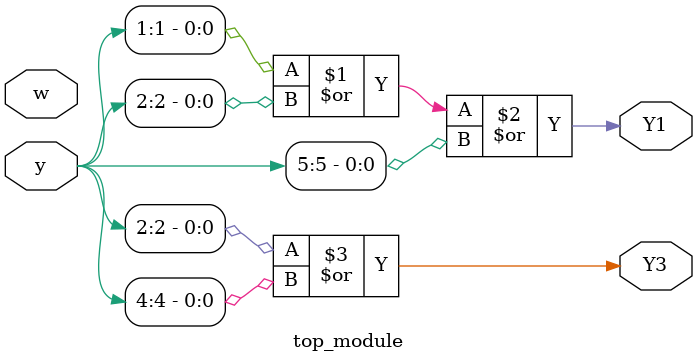
<source format=sv>
module top_module (
    input [5:0] y,
    input w,
    output Y1,
    output Y3
);

// Signal Y1 (input of state flip-flop y[1])
// From the state diagram, we can see that the input of flip-flop y[1] is:
// 1 for state B, C, and F
// 0 for state A, D, and E
assign Y1 = y[1] | y[2] | y[5];

// Signal Y3 (input of state flip-flop y[3])
// From the state diagram, we can see that the input of flip-flop y[3] is:
// 1 for state C and E
// 0 for state A, B, D, and F
assign Y3 = y[2] | y[4];

endmodule

</source>
